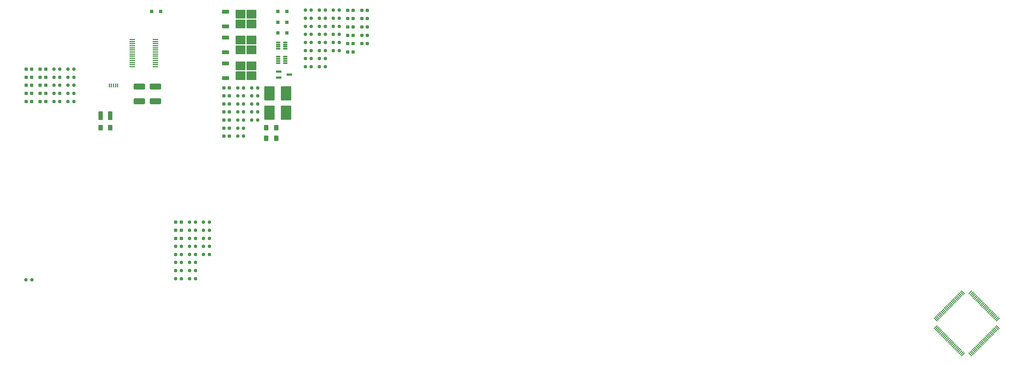
<source format=gbr>
%TF.GenerationSoftware,KiCad,Pcbnew,7.0.1*%
%TF.CreationDate,2023-09-18T22:16:33+09:00*%
%TF.ProjectId,LaunchController,4c61756e-6368-4436-9f6e-74726f6c6c65,rev?*%
%TF.SameCoordinates,Original*%
%TF.FileFunction,Paste,Top*%
%TF.FilePolarity,Positive*%
%FSLAX46Y46*%
G04 Gerber Fmt 4.6, Leading zero omitted, Abs format (unit mm)*
G04 Created by KiCad (PCBNEW 7.0.1) date 2023-09-18 22:16:33*
%MOMM*%
%LPD*%
G01*
G04 APERTURE LIST*
G04 Aperture macros list*
%AMRoundRect*
0 Rectangle with rounded corners*
0 $1 Rounding radius*
0 $2 $3 $4 $5 $6 $7 $8 $9 X,Y pos of 4 corners*
0 Add a 4 corners polygon primitive as box body*
4,1,4,$2,$3,$4,$5,$6,$7,$8,$9,$2,$3,0*
0 Add four circle primitives for the rounded corners*
1,1,$1+$1,$2,$3*
1,1,$1+$1,$4,$5*
1,1,$1+$1,$6,$7*
1,1,$1+$1,$8,$9*
0 Add four rect primitives between the rounded corners*
20,1,$1+$1,$2,$3,$4,$5,0*
20,1,$1+$1,$4,$5,$6,$7,0*
20,1,$1+$1,$6,$7,$8,$9,0*
20,1,$1+$1,$8,$9,$2,$3,0*%
G04 Aperture macros list end*
%ADD10RoundRect,0.237500X-0.300000X-0.237500X0.300000X-0.237500X0.300000X0.237500X-0.300000X0.237500X0*%
%ADD11RoundRect,0.237500X-0.250000X-0.237500X0.250000X-0.237500X0.250000X0.237500X-0.250000X0.237500X0*%
%ADD12R,1.800000X0.800000*%
%ADD13RoundRect,0.250000X-0.300000X-0.300000X0.300000X-0.300000X0.300000X0.300000X-0.300000X0.300000X0*%
%ADD14RoundRect,0.250001X-0.462499X-1.074999X0.462499X-1.074999X0.462499X1.074999X-0.462499X1.074999X0*%
%ADD15RoundRect,0.237500X-0.287500X-0.237500X0.287500X-0.237500X0.287500X0.237500X-0.287500X0.237500X0*%
%ADD16RoundRect,0.250000X-1.500000X-0.650000X1.500000X-0.650000X1.500000X0.650000X-1.500000X0.650000X0*%
%ADD17RoundRect,0.250000X-0.400000X-0.625000X0.400000X-0.625000X0.400000X0.625000X-0.400000X0.625000X0*%
%ADD18RoundRect,0.125000X-0.537500X-0.125000X0.537500X-0.125000X0.537500X0.125000X-0.537500X0.125000X0*%
%ADD19RoundRect,0.250000X-0.850000X-0.350000X0.850000X-0.350000X0.850000X0.350000X-0.850000X0.350000X0*%
%ADD20RoundRect,0.250000X-1.275000X-1.125000X1.275000X-1.125000X1.275000X1.125000X-1.275000X1.125000X0*%
%ADD21RoundRect,0.250000X-1.350000X-1.975000X1.350000X-1.975000X1.350000X1.975000X-1.350000X1.975000X0*%
%ADD22RoundRect,0.075000X0.415425X0.521491X-0.521491X-0.415425X-0.415425X-0.521491X0.521491X0.415425X0*%
%ADD23RoundRect,0.075000X-0.415425X0.521491X-0.521491X0.415425X0.415425X-0.521491X0.521491X-0.415425X0*%
%ADD24R,0.450000X1.300000*%
%ADD25RoundRect,0.250001X-0.462499X-0.624999X0.462499X-0.624999X0.462499X0.624999X-0.462499X0.624999X0*%
%ADD26R,1.750000X0.450000*%
G04 APERTURE END LIST*
D10*
%TO.C,C9*%
X-212652500Y24050000D03*
X-210927500Y24050000D03*
%TD*%
D11*
%TO.C,R7*%
X-204002500Y26560000D03*
X-202177500Y26560000D03*
%TD*%
D12*
%TO.C,Q3*%
X-138550000Y28350000D03*
X-138550000Y26450000D03*
X-135250000Y27400000D03*
%TD*%
D11*
%TO.C,R42*%
X-125962500Y29850000D03*
X-124137500Y29850000D03*
%TD*%
D10*
%TO.C,C10*%
X-212652500Y21540000D03*
X-210927500Y21540000D03*
%TD*%
D11*
%TO.C,R58*%
X-166262500Y-28570000D03*
X-164437500Y-28570000D03*
%TD*%
%TO.C,R36*%
X-125962500Y44910000D03*
X-124137500Y44910000D03*
%TD*%
D13*
%TO.C,D6*%
X-138855000Y40300000D03*
X-136055000Y40300000D03*
%TD*%
D11*
%TO.C,R3*%
X-208352500Y24050000D03*
X-206527500Y24050000D03*
%TD*%
D14*
%TO.C,L1*%
X-193877500Y14600000D03*
X-190902500Y14600000D03*
%TD*%
D11*
%TO.C,R23*%
X-146962500Y20760000D03*
X-145137500Y20760000D03*
%TD*%
D15*
%TO.C,D11*%
X-117180000Y37020000D03*
X-115430000Y37020000D03*
%TD*%
D11*
%TO.C,R53*%
X-170612500Y-36100000D03*
X-168787500Y-36100000D03*
%TD*%
%TO.C,R5*%
X-208352500Y19030000D03*
X-206527500Y19030000D03*
%TD*%
%TO.C,R62*%
X-161912500Y-18530000D03*
X-160087500Y-18530000D03*
%TD*%
D15*
%TO.C,D17*%
X-112785000Y37020000D03*
X-111035000Y37020000D03*
%TD*%
D11*
%TO.C,R28*%
X-130312500Y44910000D03*
X-128487500Y44910000D03*
%TD*%
%TO.C,TH1*%
X-146962500Y13230000D03*
X-145137500Y13230000D03*
%TD*%
D10*
%TO.C,C12*%
X-155612500Y23270000D03*
X-153887500Y23270000D03*
%TD*%
%TO.C,C3*%
X-217002500Y24050000D03*
X-215277500Y24050000D03*
%TD*%
D11*
%TO.C,R45*%
X-121612500Y42400000D03*
X-119787500Y42400000D03*
%TD*%
D15*
%TO.C,D7*%
X-117180000Y47380000D03*
X-115430000Y47380000D03*
%TD*%
D11*
%TO.C,R33*%
X-130312500Y32360000D03*
X-128487500Y32360000D03*
%TD*%
%TO.C,R19*%
X-151312500Y13230000D03*
X-149487500Y13230000D03*
%TD*%
D15*
%TO.C,D8*%
X-117180000Y44790000D03*
X-115430000Y44790000D03*
%TD*%
D11*
%TO.C,R40*%
X-125962500Y34870000D03*
X-124137500Y34870000D03*
%TD*%
%TO.C,R9*%
X-204002500Y21540000D03*
X-202177500Y21540000D03*
%TD*%
%TO.C,R1*%
X-208352500Y29070000D03*
X-206527500Y29070000D03*
%TD*%
%TO.C,R49*%
X-170612500Y-26060000D03*
X-168787500Y-26060000D03*
%TD*%
%TO.C,R10*%
X-204002500Y19030000D03*
X-202177500Y19030000D03*
%TD*%
%TO.C,R32*%
X-130312500Y34870000D03*
X-128487500Y34870000D03*
%TD*%
%TO.C,R39*%
X-125962500Y37380000D03*
X-124137500Y37380000D03*
%TD*%
%TO.C,R65*%
X-161912500Y-26060000D03*
X-160087500Y-26060000D03*
%TD*%
%TO.C,R2*%
X-208352500Y26560000D03*
X-206527500Y26560000D03*
%TD*%
D15*
%TO.C,D13*%
X-112785000Y47380000D03*
X-111035000Y47380000D03*
%TD*%
D10*
%TO.C,C21*%
X-170562500Y-23550000D03*
X-168837500Y-23550000D03*
%TD*%
D16*
%TO.C,D2*%
X-181855000Y23670000D03*
X-176855000Y23670000D03*
%TD*%
D11*
%TO.C,R14*%
X-151312500Y23270000D03*
X-149487500Y23270000D03*
%TD*%
%TO.C,R34*%
X-130312500Y29850000D03*
X-128487500Y29850000D03*
%TD*%
%TO.C,R54*%
X-166262500Y-18530000D03*
X-164437500Y-18530000D03*
%TD*%
%TO.C,R51*%
X-170612500Y-31080000D03*
X-168787500Y-31080000D03*
%TD*%
%TO.C,R59*%
X-166262500Y-31080000D03*
X-164437500Y-31080000D03*
%TD*%
D10*
%TO.C,C8*%
X-212652500Y26560000D03*
X-210927500Y26560000D03*
%TD*%
D11*
%TO.C,R8*%
X-204002500Y24050000D03*
X-202177500Y24050000D03*
%TD*%
D16*
%TO.C,D3*%
X-181855000Y19120000D03*
X-176855000Y19120000D03*
%TD*%
D17*
%TO.C,R11*%
X-142450000Y10860000D03*
X-139350000Y10860000D03*
%TD*%
D11*
%TO.C,R50*%
X-170612500Y-28570000D03*
X-168787500Y-28570000D03*
%TD*%
%TO.C,R26*%
X-217052500Y-36430000D03*
X-215227500Y-36430000D03*
%TD*%
D10*
%TO.C,C1*%
X-217002500Y29070000D03*
X-215277500Y29070000D03*
%TD*%
D11*
%TO.C,R17*%
X-151312500Y15740000D03*
X-149487500Y15740000D03*
%TD*%
%TO.C,R41*%
X-125962500Y32360000D03*
X-124137500Y32360000D03*
%TD*%
%TO.C,R48*%
X-121612500Y34870000D03*
X-119787500Y34870000D03*
%TD*%
D18*
%TO.C,U5*%
X-138787500Y32925000D03*
X-138787500Y32275000D03*
X-138787500Y31625000D03*
X-138787500Y30975000D03*
X-136512500Y30975000D03*
X-136512500Y31625000D03*
X-136512500Y32275000D03*
X-136512500Y32925000D03*
%TD*%
D11*
%TO.C,R4*%
X-208352500Y21540000D03*
X-206527500Y21540000D03*
%TD*%
%TO.C,R64*%
X-161912500Y-23550000D03*
X-160087500Y-23550000D03*
%TD*%
D19*
%TO.C,Q1*%
X-155050000Y46930000D03*
D20*
X-150425000Y46175000D03*
X-150425000Y43125000D03*
X-147075000Y46175000D03*
X-147075000Y43125000D03*
D19*
X-155050000Y42370000D03*
%TD*%
D11*
%TO.C,R15*%
X-151312500Y20760000D03*
X-149487500Y20760000D03*
%TD*%
%TO.C,R16*%
X-151312500Y18250000D03*
X-149487500Y18250000D03*
%TD*%
D10*
%TO.C,C7*%
X-212652500Y29070000D03*
X-210927500Y29070000D03*
%TD*%
%TO.C,C14*%
X-155612500Y18250000D03*
X-153887500Y18250000D03*
%TD*%
D15*
%TO.C,D10*%
X-117180000Y39610000D03*
X-115430000Y39610000D03*
%TD*%
D11*
%TO.C,R6*%
X-204002500Y29070000D03*
X-202177500Y29070000D03*
%TD*%
D13*
%TO.C,D4*%
X-138855000Y47000000D03*
X-136055000Y47000000D03*
%TD*%
D18*
%TO.C,U4*%
X-138787500Y37375000D03*
X-138787500Y36725000D03*
X-138787500Y36075000D03*
X-138787500Y35425000D03*
X-136512500Y35425000D03*
X-136512500Y36075000D03*
X-136512500Y36725000D03*
X-136512500Y37375000D03*
%TD*%
D11*
%TO.C,R66*%
X-161912500Y-28570000D03*
X-160087500Y-28570000D03*
%TD*%
D21*
%TO.C,R18*%
X-141500000Y15510000D03*
X-136300000Y15510000D03*
%TD*%
D11*
%TO.C,R47*%
X-121612500Y37380000D03*
X-119787500Y37380000D03*
%TD*%
D22*
%TO.C,U2*%
X84660846Y-48824435D03*
X84307293Y-48470882D03*
X83953740Y-48117328D03*
X83600186Y-47763775D03*
X83246633Y-47410221D03*
X82893079Y-47056668D03*
X82539526Y-46703115D03*
X82185973Y-46349561D03*
X81832419Y-45996008D03*
X81478866Y-45642454D03*
X81125312Y-45288901D03*
X80771759Y-44935348D03*
X80418206Y-44581794D03*
X80064652Y-44228241D03*
X79711099Y-43874688D03*
X79357546Y-43521134D03*
X79003992Y-43167581D03*
X78650439Y-42814027D03*
X78296885Y-42460474D03*
X77943332Y-42106921D03*
X77589779Y-41753367D03*
X77236225Y-41399814D03*
X76882672Y-41046260D03*
X76529118Y-40692707D03*
X76175565Y-40339154D03*
D23*
X73824435Y-40339154D03*
X73470882Y-40692707D03*
X73117328Y-41046260D03*
X72763775Y-41399814D03*
X72410221Y-41753367D03*
X72056668Y-42106921D03*
X71703115Y-42460474D03*
X71349561Y-42814027D03*
X70996008Y-43167581D03*
X70642454Y-43521134D03*
X70288901Y-43874688D03*
X69935348Y-44228241D03*
X69581794Y-44581794D03*
X69228241Y-44935348D03*
X68874688Y-45288901D03*
X68521134Y-45642454D03*
X68167581Y-45996008D03*
X67814027Y-46349561D03*
X67460474Y-46703115D03*
X67106921Y-47056668D03*
X66753367Y-47410221D03*
X66399814Y-47763775D03*
X66046260Y-48117328D03*
X65692707Y-48470882D03*
X65339154Y-48824435D03*
D22*
X65339154Y-51175565D03*
X65692707Y-51529118D03*
X66046260Y-51882672D03*
X66399814Y-52236225D03*
X66753367Y-52589779D03*
X67106921Y-52943332D03*
X67460474Y-53296885D03*
X67814027Y-53650439D03*
X68167581Y-54003992D03*
X68521134Y-54357546D03*
X68874688Y-54711099D03*
X69228241Y-55064652D03*
X69581794Y-55418206D03*
X69935348Y-55771759D03*
X70288901Y-56125312D03*
X70642454Y-56478866D03*
X70996008Y-56832419D03*
X71349561Y-57185973D03*
X71703115Y-57539526D03*
X72056668Y-57893079D03*
X72410221Y-58246633D03*
X72763775Y-58600186D03*
X73117328Y-58953740D03*
X73470882Y-59307293D03*
X73824435Y-59660846D03*
D23*
X76175565Y-59660846D03*
X76529118Y-59307293D03*
X76882672Y-58953740D03*
X77236225Y-58600186D03*
X77589779Y-58246633D03*
X77943332Y-57893079D03*
X78296885Y-57539526D03*
X78650439Y-57185973D03*
X79003992Y-56832419D03*
X79357546Y-56478866D03*
X79711099Y-56125312D03*
X80064652Y-55771759D03*
X80418206Y-55418206D03*
X80771759Y-55064652D03*
X81125312Y-54711099D03*
X81478866Y-54357546D03*
X81832419Y-54003992D03*
X82185973Y-53650439D03*
X82539526Y-53296885D03*
X82893079Y-52943332D03*
X83246633Y-52589779D03*
X83600186Y-52236225D03*
X83953740Y-51882672D03*
X84307293Y-51529118D03*
X84660846Y-51175565D03*
%TD*%
D10*
%TO.C,C5*%
X-217002500Y21540000D03*
X-215277500Y21540000D03*
%TD*%
D15*
%TO.C,D9*%
X-117180000Y42200000D03*
X-115430000Y42200000D03*
%TD*%
%TO.C,D16*%
X-112785000Y39610000D03*
X-111035000Y39610000D03*
%TD*%
D19*
%TO.C,U3*%
X-155050000Y30830000D03*
D20*
X-150425000Y30075000D03*
X-150425000Y27025000D03*
X-147075000Y30075000D03*
X-147075000Y27025000D03*
D19*
X-155050000Y26270000D03*
%TD*%
D11*
%TO.C,R30*%
X-130312500Y39890000D03*
X-128487500Y39890000D03*
%TD*%
D15*
%TO.C,D12*%
X-117180000Y34430000D03*
X-115430000Y34430000D03*
%TD*%
D11*
%TO.C,R60*%
X-166262500Y-33590000D03*
X-164437500Y-33590000D03*
%TD*%
D21*
%TO.C,R13*%
X-141500000Y21520000D03*
X-136300000Y21520000D03*
%TD*%
D15*
%TO.C,D14*%
X-112785000Y44790000D03*
X-111035000Y44790000D03*
%TD*%
D24*
%TO.C,J3*%
X-191200000Y23980000D03*
X-190550000Y23980000D03*
X-189900000Y23980000D03*
X-189250000Y23980000D03*
X-188600000Y23980000D03*
%TD*%
D11*
%TO.C,R29*%
X-130312500Y42400000D03*
X-128487500Y42400000D03*
%TD*%
D13*
%TO.C,D1*%
X-178045000Y47000000D03*
X-175245000Y47000000D03*
%TD*%
D11*
%TO.C,R55*%
X-166262500Y-21040000D03*
X-164437500Y-21040000D03*
%TD*%
D10*
%TO.C,C16*%
X-155612500Y13230000D03*
X-153887500Y13230000D03*
%TD*%
D11*
%TO.C,R27*%
X-130312500Y47420000D03*
X-128487500Y47420000D03*
%TD*%
D25*
%TO.C,F1*%
X-193877500Y10850000D03*
X-190902500Y10850000D03*
%TD*%
D11*
%TO.C,R56*%
X-166262500Y-23550000D03*
X-164437500Y-23550000D03*
%TD*%
%TO.C,R37*%
X-125962500Y42400000D03*
X-124137500Y42400000D03*
%TD*%
%TO.C,R38*%
X-125962500Y39890000D03*
X-124137500Y39890000D03*
%TD*%
%TO.C,R61*%
X-166262500Y-36100000D03*
X-164437500Y-36100000D03*
%TD*%
D26*
%TO.C,U1*%
X-184020000Y38295000D03*
X-184020000Y37645000D03*
X-184020000Y36995000D03*
X-184020000Y36345000D03*
X-184020000Y35695000D03*
X-184020000Y35045000D03*
X-184020000Y34395000D03*
X-184020000Y33745000D03*
X-184020000Y33095000D03*
X-184020000Y32445000D03*
X-184020000Y31795000D03*
X-184020000Y31145000D03*
X-184020000Y30495000D03*
X-184020000Y29845000D03*
X-176820000Y29845000D03*
X-176820000Y30495000D03*
X-176820000Y31145000D03*
X-176820000Y31795000D03*
X-176820000Y32445000D03*
X-176820000Y33095000D03*
X-176820000Y33745000D03*
X-176820000Y34395000D03*
X-176820000Y35045000D03*
X-176820000Y35695000D03*
X-176820000Y36345000D03*
X-176820000Y36995000D03*
X-176820000Y37645000D03*
X-176820000Y38295000D03*
%TD*%
D11*
%TO.C,R21*%
X-151312500Y8210000D03*
X-149487500Y8210000D03*
%TD*%
%TO.C,R46*%
X-121612500Y39890000D03*
X-119787500Y39890000D03*
%TD*%
D10*
%TO.C,C6*%
X-217002500Y19030000D03*
X-215277500Y19030000D03*
%TD*%
%TO.C,C11*%
X-212652500Y19030000D03*
X-210927500Y19030000D03*
%TD*%
%TO.C,C20*%
X-170562500Y-21040000D03*
X-168837500Y-21040000D03*
%TD*%
%TO.C,C18*%
X-155612500Y8210000D03*
X-153887500Y8210000D03*
%TD*%
%TO.C,C2*%
X-217002500Y26560000D03*
X-215277500Y26560000D03*
%TD*%
D11*
%TO.C,R43*%
X-121612500Y47420000D03*
X-119787500Y47420000D03*
%TD*%
D19*
%TO.C,Q2*%
X-155050000Y38880000D03*
D20*
X-150425000Y38125000D03*
X-150425000Y35075000D03*
X-147075000Y38125000D03*
X-147075000Y35075000D03*
D19*
X-155050000Y34320000D03*
%TD*%
D11*
%TO.C,R57*%
X-166262500Y-26060000D03*
X-164437500Y-26060000D03*
%TD*%
%TO.C,R20*%
X-151312500Y10720000D03*
X-149487500Y10720000D03*
%TD*%
D17*
%TO.C,R12*%
X-142450000Y7570000D03*
X-139350000Y7570000D03*
%TD*%
D11*
%TO.C,R35*%
X-125962500Y47420000D03*
X-124137500Y47420000D03*
%TD*%
D13*
%TO.C,D5*%
X-138855000Y43650000D03*
X-136055000Y43650000D03*
%TD*%
D11*
%TO.C,R52*%
X-170612500Y-33590000D03*
X-168787500Y-33590000D03*
%TD*%
%TO.C,R44*%
X-121612500Y44910000D03*
X-119787500Y44910000D03*
%TD*%
%TO.C,R22*%
X-146962500Y23270000D03*
X-145137500Y23270000D03*
%TD*%
%TO.C,R63*%
X-161912500Y-21040000D03*
X-160087500Y-21040000D03*
%TD*%
%TO.C,R25*%
X-146962500Y15740000D03*
X-145137500Y15740000D03*
%TD*%
%TO.C,R31*%
X-130312500Y37380000D03*
X-128487500Y37380000D03*
%TD*%
D10*
%TO.C,C15*%
X-155612500Y15740000D03*
X-153887500Y15740000D03*
%TD*%
%TO.C,C13*%
X-155612500Y20760000D03*
X-153887500Y20760000D03*
%TD*%
D15*
%TO.C,D15*%
X-112785000Y42200000D03*
X-111035000Y42200000D03*
%TD*%
D10*
%TO.C,C19*%
X-170562500Y-18530000D03*
X-168837500Y-18530000D03*
%TD*%
D11*
%TO.C,R24*%
X-146962500Y18250000D03*
X-145137500Y18250000D03*
%TD*%
D10*
%TO.C,C17*%
X-155612500Y10720000D03*
X-153887500Y10720000D03*
%TD*%
M02*

</source>
